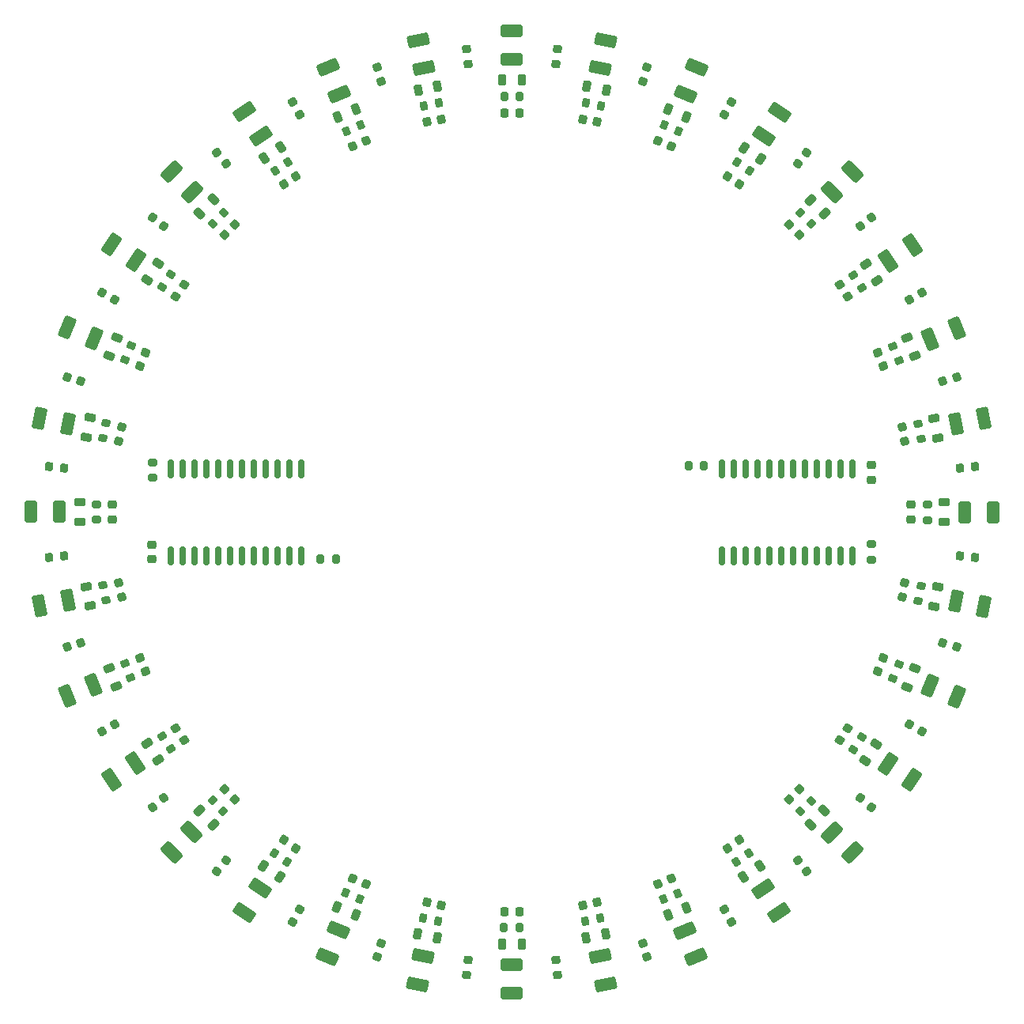
<source format=gbp>
G04 #@! TF.GenerationSoftware,KiCad,Pcbnew,7.0.9*
G04 #@! TF.CreationDate,2023-12-19T12:28:11+08:00*
G04 #@! TF.ProjectId,layer1,6c617965-7231-42e6-9b69-6361645f7063,rev?*
G04 #@! TF.SameCoordinates,Original*
G04 #@! TF.FileFunction,Paste,Bot*
G04 #@! TF.FilePolarity,Positive*
%FSLAX46Y46*%
G04 Gerber Fmt 4.6, Leading zero omitted, Abs format (unit mm)*
G04 Created by KiCad (PCBNEW 7.0.9) date 2023-12-19 12:28:11*
%MOMM*%
%LPD*%
G01*
G04 APERTURE LIST*
G04 Aperture macros list*
%AMRoundRect*
0 Rectangle with rounded corners*
0 $1 Rounding radius*
0 $2 $3 $4 $5 $6 $7 $8 $9 X,Y pos of 4 corners*
0 Add a 4 corners polygon primitive as box body*
4,1,4,$2,$3,$4,$5,$6,$7,$8,$9,$2,$3,0*
0 Add four circle primitives for the rounded corners*
1,1,$1+$1,$2,$3*
1,1,$1+$1,$4,$5*
1,1,$1+$1,$6,$7*
1,1,$1+$1,$8,$9*
0 Add four rect primitives between the rounded corners*
20,1,$1+$1,$2,$3,$4,$5,0*
20,1,$1+$1,$4,$5,$6,$7,0*
20,1,$1+$1,$6,$7,$8,$9,0*
20,1,$1+$1,$8,$9,$2,$3,0*%
G04 Aperture macros list end*
%ADD10RoundRect,0.225000X0.325973X0.082864X-0.048188X0.332871X-0.325973X-0.082864X0.048188X-0.332871X0*%
%ADD11RoundRect,0.218750X-0.416600X0.140169X-0.331248X-0.288925X0.416600X-0.140169X0.331248X0.288925X0*%
%ADD12RoundRect,0.250000X0.735082X0.696732X-0.027118X1.012445X-0.735082X-0.696732X0.027118X-1.012445X0*%
%ADD13RoundRect,0.250000X0.585032X0.826752X-0.224115X0.987701X-0.585032X-0.826752X0.224115X-0.987701X0*%
%ADD14RoundRect,0.225000X-0.250000X0.225000X-0.250000X-0.225000X0.250000X-0.225000X0.250000X0.225000X0*%
%ADD15RoundRect,0.218750X0.435941X-0.056201X0.268517X0.347997X-0.435941X0.056201X-0.268517X-0.347997X0*%
%ADD16RoundRect,0.200000X-0.290014X-0.177530X0.079538X-0.330604X0.290014X0.177530X-0.079538X0.330604X0*%
%ADD17RoundRect,0.225000X-0.048188X-0.332871X0.325973X-0.082864X0.048188X0.332871X-0.325973X0.082864X0*%
%ADD18RoundRect,0.200000X-0.339768X0.013512X-0.117540X-0.319076X0.339768X-0.013512X0.117540X0.319076X0*%
%ADD19RoundRect,0.200000X-0.275000X0.200000X-0.275000X-0.200000X0.275000X-0.200000X0.275000X0.200000X0*%
%ADD20RoundRect,0.200000X0.200000X0.275000X-0.200000X0.275000X-0.200000X-0.275000X0.200000X-0.275000X0*%
%ADD21RoundRect,0.218750X-0.336857X0.006533X-0.059310X-0.331659X0.336857X-0.006533X0.059310X0.331659X0*%
%ADD22RoundRect,0.250000X-0.412500X-0.925000X0.412500X-0.925000X0.412500X0.925000X-0.412500X0.925000X0*%
%ADD23RoundRect,0.218750X-0.181716X0.283716X-0.308716X-0.134945X0.181716X-0.283716X0.308716X0.134945X0*%
%ADD24RoundRect,0.200000X-0.319076X-0.117540X0.013512X-0.339768X0.319076X0.117540X-0.013512X0.339768X0*%
%ADD25RoundRect,0.250000X-0.585032X-0.826752X0.224115X-0.987701X0.585032X0.826752X-0.224115X0.987701X0*%
%ADD26RoundRect,0.218750X0.393695X0.195467X0.029927X0.438529X-0.393695X-0.195467X-0.029927X-0.438529X0*%
%ADD27RoundRect,0.250000X0.945755X0.362392X0.362392X0.945755X-0.945755X-0.362392X-0.362392X-0.945755X0*%
%ADD28RoundRect,0.250000X0.362392X-0.945755X0.945755X-0.362392X-0.362392X0.945755X-0.945755X0.362392X0*%
%ADD29RoundRect,0.218750X0.006533X0.336857X-0.331659X0.059310X-0.006533X-0.336857X0.331659X-0.059310X0*%
%ADD30RoundRect,0.225000X-0.112202X-0.317074X0.303544X-0.144866X0.112202X0.317074X-0.303544X0.144866X0*%
%ADD31RoundRect,0.225000X-0.325973X-0.082864X0.048188X-0.332871X0.325973X0.082864X-0.048188X0.332871X0*%
%ADD32RoundRect,0.200000X0.142507X0.308734X-0.249807X0.230698X-0.142507X-0.308734X0.249807X-0.230698X0*%
%ADD33RoundRect,0.218750X-0.114905X0.424264X-0.424264X0.114905X0.114905X-0.424264X0.424264X-0.114905X0*%
%ADD34RoundRect,0.200000X0.330604X-0.079538X0.177530X0.290014X-0.330604X0.079538X-0.177530X-0.290014X0*%
%ADD35RoundRect,0.218750X0.029927X-0.438529X0.393695X-0.195467X-0.029927X0.438529X-0.393695X0.195467X0*%
%ADD36RoundRect,0.218750X0.288925X0.331248X-0.140169X0.416600X-0.288925X-0.331248X0.140169X-0.416600X0*%
%ADD37RoundRect,0.200000X-0.200000X-0.275000X0.200000X-0.275000X0.200000X0.275000X-0.200000X0.275000X0*%
%ADD38RoundRect,0.218750X-0.331659X-0.059310X0.006533X-0.336857X0.331659X0.059310X-0.006533X0.336857X0*%
%ADD39RoundRect,0.200000X-0.013512X-0.339768X0.319076X-0.117540X0.013512X0.339768X-0.319076X0.117540X0*%
%ADD40RoundRect,0.200000X-0.053033X0.335876X-0.335876X0.053033X0.053033X-0.335876X0.335876X-0.053033X0*%
%ADD41RoundRect,0.218750X0.347997X0.268517X-0.056201X0.435941X-0.347997X-0.268517X0.056201X-0.435941X0*%
%ADD42RoundRect,0.200000X-0.230698X0.249807X-0.308734X-0.142507X0.230698X-0.249807X0.308734X0.142507X0*%
%ADD43RoundRect,0.200000X-0.335876X-0.053033X-0.053033X-0.335876X0.335876X0.053033X0.053033X0.335876X0*%
%ADD44RoundRect,0.250000X0.412500X0.925000X-0.412500X0.925000X-0.412500X-0.925000X0.412500X-0.925000X0*%
%ADD45RoundRect,0.218750X0.313716X0.122874X-0.072125X0.329110X-0.313716X-0.122874X0.072125X-0.329110X0*%
%ADD46RoundRect,0.218750X0.336857X-0.006533X0.059310X0.331659X-0.336857X0.006533X-0.059310X-0.331659X0*%
%ADD47RoundRect,0.225000X-0.225000X-0.250000X0.225000X-0.250000X0.225000X0.250000X-0.225000X0.250000X0*%
%ADD48RoundRect,0.218750X-0.288925X-0.331248X0.140169X-0.416600X0.288925X0.331248X-0.140169X0.416600X0*%
%ADD49RoundRect,0.225000X0.303544X0.144866X-0.112202X0.317074X-0.303544X-0.144866X0.112202X-0.317074X0*%
%ADD50RoundRect,0.218750X0.424264X0.114905X0.114905X0.424264X-0.424264X-0.114905X-0.114905X-0.424264X0*%
%ADD51RoundRect,0.218750X-0.381250X0.218750X-0.381250X-0.218750X0.381250X-0.218750X0.381250X0.218750X0*%
%ADD52RoundRect,0.200000X0.290014X0.177530X-0.079538X0.330604X-0.290014X-0.177530X0.079538X-0.330604X0*%
%ADD53RoundRect,0.218750X0.276457X-0.192580X0.233575X0.242814X-0.276457X0.192580X-0.233575X-0.242814X0*%
%ADD54RoundRect,0.218750X0.381250X-0.218750X0.381250X0.218750X-0.381250X0.218750X-0.381250X-0.218750X0*%
%ADD55RoundRect,0.218750X-0.029927X0.438529X-0.393695X0.195467X0.029927X-0.438529X0.393695X-0.195467X0*%
%ADD56RoundRect,0.225000X0.225000X0.250000X-0.225000X0.250000X-0.225000X-0.250000X0.225000X-0.250000X0*%
%ADD57RoundRect,0.218750X0.438529X0.029927X0.195467X0.393695X-0.438529X-0.029927X-0.195467X-0.393695X0*%
%ADD58RoundRect,0.225000X-0.289092X0.171904X-0.201301X-0.269449X0.289092X-0.171904X0.201301X0.269449X0*%
%ADD59RoundRect,0.225000X0.048188X0.332871X-0.325973X0.082864X-0.048188X-0.332871X0.325973X-0.082864X0*%
%ADD60RoundRect,0.225000X-0.303544X-0.144866X0.112202X-0.317074X0.303544X0.144866X-0.112202X0.317074X0*%
%ADD61RoundRect,0.218750X0.195467X-0.393695X0.438529X-0.029927X-0.195467X0.393695X-0.438529X0.029927X0*%
%ADD62RoundRect,0.250000X-0.735082X-0.696732X0.027118X-1.012445X0.735082X0.696732X-0.027118X1.012445X0*%
%ADD63RoundRect,0.225000X0.250000X-0.225000X0.250000X0.225000X-0.250000X0.225000X-0.250000X-0.225000X0*%
%ADD64RoundRect,0.200000X-0.079538X-0.330604X0.290014X-0.177530X0.079538X0.330604X-0.290014X0.177530X0*%
%ADD65RoundRect,0.218750X0.308716X-0.134945X0.181716X0.283716X-0.308716X0.134945X-0.181716X-0.283716X0*%
%ADD66RoundRect,0.225000X-0.332871X0.048188X-0.082864X-0.325973X0.332871X-0.048188X0.082864X0.325973X0*%
%ADD67RoundRect,0.250000X-0.856884X-0.539937X-0.170921X-0.998282X0.856884X0.539937X0.170921X0.998282X0*%
%ADD68RoundRect,0.218750X-0.438529X-0.029927X-0.195467X-0.393695X0.438529X0.029927X0.195467X0.393695X0*%
%ADD69RoundRect,0.218750X-0.268517X0.347997X-0.435941X-0.056201X0.268517X-0.347997X0.435941X0.056201X0*%
%ADD70RoundRect,0.218750X-0.192580X-0.276457X0.242814X-0.233575X0.192580X0.276457X-0.242814X0.233575X0*%
%ADD71RoundRect,0.250000X-0.362392X0.945755X-0.945755X0.362392X0.362392X-0.945755X0.945755X-0.362392X0*%
%ADD72RoundRect,0.218750X0.329110X-0.072125X0.122874X0.313716X-0.329110X0.072125X-0.122874X-0.313716X0*%
%ADD73RoundRect,0.200000X-0.249807X-0.230698X0.142507X-0.308734X0.249807X0.230698X-0.142507X0.308734X0*%
%ADD74RoundRect,0.200000X0.013512X0.339768X-0.319076X0.117540X-0.013512X-0.339768X0.319076X-0.117540X0*%
%ADD75RoundRect,0.225000X0.289092X-0.171904X0.201301X0.269449X-0.289092X0.171904X-0.201301X-0.269449X0*%
%ADD76RoundRect,0.218750X-0.308716X0.134945X-0.181716X-0.283716X0.308716X-0.134945X0.181716X0.283716X0*%
%ADD77RoundRect,0.200000X0.053033X-0.335876X0.335876X-0.053033X-0.053033X0.335876X-0.335876X0.053033X0*%
%ADD78RoundRect,0.218750X0.181716X-0.283716X0.308716X0.134945X-0.181716X0.283716X-0.308716X-0.134945X0*%
%ADD79RoundRect,0.218750X0.416600X-0.140169X0.331248X0.288925X-0.416600X0.140169X-0.331248X-0.288925X0*%
%ADD80RoundRect,0.218750X0.072125X0.329110X-0.313716X0.122874X-0.072125X-0.329110X0.313716X-0.122874X0*%
%ADD81RoundRect,0.225000X0.082864X-0.325973X0.332871X0.048188X-0.082864X0.325973X-0.332871X-0.048188X0*%
%ADD82RoundRect,0.218750X0.140169X0.416600X-0.288925X0.331248X-0.140169X-0.416600X0.288925X-0.331248X0*%
%ADD83RoundRect,0.225000X-0.144866X0.303544X-0.317074X-0.112202X0.144866X-0.303544X0.317074X0.112202X0*%
%ADD84RoundRect,0.218750X-0.329110X0.072125X-0.122874X-0.313716X0.329110X-0.072125X0.122874X0.313716X0*%
%ADD85RoundRect,0.218750X0.114905X-0.424264X0.424264X-0.114905X-0.114905X0.424264X-0.424264X0.114905X0*%
%ADD86RoundRect,0.218750X-0.072125X-0.329110X0.313716X-0.122874X0.072125X0.329110X-0.313716X0.122874X0*%
%ADD87RoundRect,0.218750X-0.242814X-0.233575X0.192580X-0.276457X0.242814X0.233575X-0.192580X0.276457X0*%
%ADD88RoundRect,0.218750X0.056201X0.435941X-0.347997X0.268517X-0.056201X-0.435941X0.347997X-0.268517X0*%
%ADD89RoundRect,0.250000X-0.925000X0.412500X-0.925000X-0.412500X0.925000X-0.412500X0.925000X0.412500X0*%
%ADD90RoundRect,0.225000X0.201301X-0.269449X0.289092X0.171904X-0.201301X0.269449X-0.289092X-0.171904X0*%
%ADD91RoundRect,0.218750X-0.140169X-0.416600X0.288925X-0.331248X0.140169X0.416600X-0.288925X0.331248X0*%
%ADD92RoundRect,0.250000X-0.539937X0.856884X-0.998282X0.170921X0.539937X-0.856884X0.998282X-0.170921X0*%
%ADD93RoundRect,0.200000X0.117540X-0.319076X0.339768X0.013512X-0.117540X0.319076X-0.339768X-0.013512X0*%
%ADD94RoundRect,0.225000X0.171904X0.289092X-0.269449X0.201301X-0.171904X-0.289092X0.269449X-0.201301X0*%
%ADD95RoundRect,0.218750X0.192580X0.276457X-0.242814X0.233575X-0.192580X-0.276457X0.242814X-0.233575X0*%
%ADD96RoundRect,0.225000X0.017678X-0.335876X0.335876X-0.017678X-0.017678X0.335876X-0.335876X0.017678X0*%
%ADD97RoundRect,0.225000X-0.082864X0.325973X-0.332871X-0.048188X0.082864X-0.325973X0.332871X0.048188X0*%
%ADD98RoundRect,0.250000X-0.027118X-1.012445X0.735082X-0.696732X0.027118X1.012445X-0.735082X0.696732X0*%
%ADD99RoundRect,0.225000X-0.017678X0.335876X-0.335876X0.017678X0.017678X-0.335876X0.335876X-0.017678X0*%
%ADD100RoundRect,0.225000X-0.317074X0.112202X-0.144866X-0.303544X0.317074X-0.112202X0.144866X0.303544X0*%
%ADD101RoundRect,0.225000X0.112202X0.317074X-0.303544X0.144866X-0.112202X-0.317074X0.303544X-0.144866X0*%
%ADD102RoundRect,0.250000X0.224115X0.987701X-0.585032X0.826752X-0.224115X-0.987701X0.585032X-0.826752X0*%
%ADD103RoundRect,0.225000X-0.335876X-0.017678X-0.017678X-0.335876X0.335876X0.017678X0.017678X0.335876X0*%
%ADD104RoundRect,0.200000X-0.330604X0.079538X-0.177530X-0.290014X0.330604X-0.079538X0.177530X0.290014X0*%
%ADD105RoundRect,0.250000X-0.987701X0.224115X-0.826752X-0.585032X0.987701X-0.224115X0.826752X0.585032X0*%
%ADD106RoundRect,0.200000X0.339768X-0.013512X0.117540X0.319076X-0.339768X0.013512X-0.117540X-0.319076X0*%
%ADD107RoundRect,0.225000X0.269449X0.201301X-0.171904X0.289092X-0.269449X-0.201301X0.171904X-0.289092X0*%
%ADD108RoundRect,0.218750X-0.331248X0.288925X-0.416600X-0.140169X0.331248X-0.288925X0.416600X0.140169X0*%
%ADD109RoundRect,0.250000X-0.998282X-0.170921X-0.539937X-0.856884X0.998282X0.170921X0.539937X0.856884X0*%
%ADD110RoundRect,0.200000X-0.117540X0.319076X-0.339768X-0.013512X0.117540X-0.319076X0.339768X0.013512X0*%
%ADD111RoundRect,0.218750X-0.393695X-0.195467X-0.029927X-0.438529X0.393695X0.195467X0.029927X0.438529X0*%
%ADD112RoundRect,0.218750X0.283716X0.181716X-0.134945X0.308716X-0.283716X-0.181716X0.134945X-0.308716X0*%
%ADD113RoundRect,0.200000X-0.308734X0.142507X-0.230698X-0.249807X0.308734X-0.142507X0.230698X0.249807X0*%
%ADD114RoundRect,0.200000X0.177530X-0.290014X0.330604X0.079538X-0.177530X0.290014X-0.330604X-0.079538X0*%
%ADD115RoundRect,0.225000X-0.171904X-0.289092X0.269449X-0.201301X0.171904X0.289092X-0.269449X0.201301X0*%
%ADD116RoundRect,0.200000X0.230698X-0.249807X0.308734X0.142507X-0.230698X0.249807X-0.308734X-0.142507X0*%
%ADD117RoundRect,0.218750X0.233575X-0.242814X0.276457X0.192580X-0.233575X0.242814X-0.276457X-0.192580X0*%
%ADD118RoundRect,0.200000X-0.177530X0.290014X-0.330604X-0.079538X0.177530X-0.290014X0.330604X0.079538X0*%
%ADD119RoundRect,0.218750X-0.313716X-0.122874X0.072125X-0.329110X0.313716X0.122874X-0.072125X0.329110X0*%
%ADD120RoundRect,0.218750X-0.122874X0.313716X-0.329110X-0.072125X0.122874X-0.313716X0.329110X0.072125X0*%
%ADD121RoundRect,0.218750X-0.347997X-0.268517X0.056201X-0.435941X0.347997X0.268517X-0.056201X0.435941X0*%
%ADD122RoundRect,0.218750X-0.195467X0.393695X-0.438529X0.029927X0.195467X-0.393695X0.438529X-0.029927X0*%
%ADD123RoundRect,0.218750X0.134945X0.308716X-0.283716X0.181716X-0.134945X-0.308716X0.283716X-0.181716X0*%
%ADD124RoundRect,0.225000X0.317074X-0.112202X0.144866X0.303544X-0.317074X0.112202X-0.144866X-0.303544X0*%
%ADD125RoundRect,0.218750X0.268517X-0.347997X0.435941X0.056201X-0.268517X0.347997X-0.435941X-0.056201X0*%
%ADD126RoundRect,0.250000X-0.696732X0.735082X-1.012445X-0.027118X0.696732X-0.735082X1.012445X0.027118X0*%
%ADD127RoundRect,0.225000X0.335876X0.017678X0.017678X0.335876X-0.335876X-0.017678X-0.017678X-0.335876X0*%
%ADD128RoundRect,0.250000X-0.826752X0.585032X-0.987701X-0.224115X0.826752X-0.585032X0.987701X0.224115X0*%
%ADD129RoundRect,0.218750X-0.006533X-0.336857X0.331659X-0.059310X0.006533X0.336857X-0.331659X0.059310X0*%
%ADD130RoundRect,0.200000X-0.142507X-0.308734X0.249807X-0.230698X0.142507X0.308734X-0.249807X0.230698X0*%
%ADD131RoundRect,0.250000X0.998282X0.170921X0.539937X0.856884X-0.998282X-0.170921X-0.539937X-0.856884X0*%
%ADD132RoundRect,0.218750X-0.056201X-0.435941X0.347997X-0.268517X0.056201X0.435941X-0.347997X0.268517X0*%
%ADD133RoundRect,0.218750X-0.435941X0.056201X-0.268517X-0.347997X0.435941X-0.056201X0.268517X0.347997X0*%
%ADD134RoundRect,0.218750X0.331248X-0.288925X0.416600X0.140169X-0.331248X0.288925X-0.416600X-0.140169X0*%
%ADD135RoundRect,0.200000X0.249807X0.230698X-0.142507X0.308734X-0.249807X-0.230698X0.142507X-0.308734X0*%
%ADD136RoundRect,0.200000X0.319076X0.117540X-0.013512X0.339768X-0.319076X-0.117540X0.013512X-0.339768X0*%
%ADD137RoundRect,0.250000X-0.224115X-0.987701X0.585032X-0.826752X0.224115X0.987701X-0.585032X0.826752X0*%
%ADD138RoundRect,0.250000X0.826752X-0.585032X0.987701X0.224115X-0.826752X0.585032X-0.987701X-0.224115X0*%
%ADD139RoundRect,0.218750X-0.424264X-0.114905X-0.114905X-0.424264X0.424264X0.114905X0.114905X0.424264X0*%
%ADD140RoundRect,0.150000X-0.150000X0.875000X-0.150000X-0.875000X0.150000X-0.875000X0.150000X0.875000X0*%
%ADD141RoundRect,0.150000X0.150000X-0.875000X0.150000X0.875000X-0.150000X0.875000X-0.150000X-0.875000X0*%
%ADD142RoundRect,0.250000X0.856884X0.539937X0.170921X0.998282X-0.856884X-0.539937X-0.170921X-0.998282X0*%
%ADD143RoundRect,0.218750X0.242814X0.233575X-0.192580X0.276457X-0.242814X-0.233575X0.192580X-0.276457X0*%
%ADD144RoundRect,0.225000X-0.201301X0.269449X-0.289092X-0.171904X0.201301X-0.269449X0.289092X0.171904X0*%
%ADD145RoundRect,0.225000X0.332871X-0.048188X0.082864X0.325973X-0.332871X0.048188X-0.082864X-0.325973X0*%
%ADD146RoundRect,0.218750X-0.134945X-0.308716X0.283716X-0.181716X0.134945X0.308716X-0.283716X0.181716X0*%
%ADD147RoundRect,0.218750X-0.059310X0.331659X-0.336857X-0.006533X0.059310X-0.331659X0.336857X0.006533X0*%
%ADD148RoundRect,0.250000X0.027118X1.012445X-0.735082X0.696732X-0.027118X-1.012445X0.735082X-0.696732X0*%
%ADD149RoundRect,0.218750X0.122874X-0.313716X0.329110X0.072125X-0.122874X0.313716X-0.329110X-0.072125X0*%
%ADD150RoundRect,0.250000X-0.170921X0.998282X-0.856884X0.539937X0.170921X-0.998282X0.856884X-0.539937X0*%
%ADD151RoundRect,0.218750X-0.233575X0.242814X-0.276457X-0.192580X0.233575X-0.242814X0.276457X0.192580X0*%
%ADD152RoundRect,0.218750X-0.276457X0.192580X-0.233575X-0.242814X0.276457X-0.192580X0.233575X0.242814X0*%
%ADD153RoundRect,0.218750X0.218750X0.381250X-0.218750X0.381250X-0.218750X-0.381250X0.218750X-0.381250X0*%
%ADD154RoundRect,0.250000X0.696732X-0.735082X1.012445X0.027118X-0.696732X0.735082X-1.012445X-0.027118X0*%
%ADD155RoundRect,0.225000X0.144866X-0.303544X0.317074X0.112202X-0.144866X0.303544X-0.317074X-0.112202X0*%
%ADD156RoundRect,0.200000X0.335876X0.053033X0.053033X0.335876X-0.335876X-0.053033X-0.053033X-0.335876X0*%
%ADD157RoundRect,0.250000X1.012445X-0.027118X0.696732X0.735082X-1.012445X0.027118X-0.696732X-0.735082X0*%
%ADD158RoundRect,0.250000X0.539937X-0.856884X0.998282X-0.170921X-0.539937X0.856884X-0.998282X0.170921X0*%
%ADD159RoundRect,0.200000X0.079538X0.330604X-0.290014X0.177530X-0.079538X-0.330604X0.290014X-0.177530X0*%
%ADD160RoundRect,0.200000X0.275000X-0.200000X0.275000X0.200000X-0.275000X0.200000X-0.275000X-0.200000X0*%
%ADD161RoundRect,0.250000X0.925000X-0.412500X0.925000X0.412500X-0.925000X0.412500X-0.925000X-0.412500X0*%
%ADD162RoundRect,0.218750X0.331659X0.059310X-0.006533X0.336857X-0.331659X-0.059310X0.006533X-0.336857X0*%
%ADD163RoundRect,0.225000X-0.269449X-0.201301X0.171904X-0.289092X0.269449X0.201301X-0.171904X0.289092X0*%
%ADD164RoundRect,0.218750X-0.218750X-0.381250X0.218750X-0.381250X0.218750X0.381250X-0.218750X0.381250X0*%
%ADD165RoundRect,0.218750X-0.283716X-0.181716X0.134945X-0.308716X0.283716X0.181716X-0.134945X0.308716X0*%
%ADD166RoundRect,0.200000X0.308734X-0.142507X0.230698X0.249807X-0.308734X0.142507X-0.230698X-0.249807X0*%
%ADD167RoundRect,0.218750X0.059310X-0.331659X0.336857X0.006533X-0.059310X0.331659X-0.336857X-0.006533X0*%
%ADD168RoundRect,0.250000X-1.012445X0.027118X-0.696732X-0.735082X1.012445X-0.027118X0.696732X0.735082X0*%
%ADD169RoundRect,0.250000X0.987701X-0.224115X0.826752X0.585032X-0.987701X0.224115X-0.826752X-0.585032X0*%
%ADD170RoundRect,0.250000X-0.945755X-0.362392X-0.362392X-0.945755X0.945755X0.362392X0.362392X0.945755X0*%
%ADD171RoundRect,0.250000X0.170921X-0.998282X0.856884X-0.539937X-0.170921X0.998282X-0.856884X0.539937X0*%
G04 APERTURE END LIST*
D10*
X81893762Y-140975893D03*
X80604984Y-140114759D03*
D11*
X150158913Y-94959508D03*
X150573479Y-97043676D03*
D12*
X152604875Y-124745645D03*
X149763945Y-123568893D03*
D13*
X155542344Y-115078987D03*
X152526430Y-114479085D03*
D14*
X143500000Y-99975000D03*
X143500000Y-101525000D03*
D15*
X62667606Y-123657634D03*
X61854404Y-121694390D03*
D16*
X121290309Y-63581214D03*
X122814711Y-64212642D03*
D17*
X80604984Y-69885241D03*
X81893762Y-69024107D03*
D18*
X141555942Y-79611949D03*
X142472632Y-80983873D03*
D19*
X66500000Y-99675000D03*
X66500000Y-101325000D03*
D20*
X105800000Y-149500000D03*
X104150000Y-149500000D03*
D21*
X73415144Y-66513742D03*
X74414314Y-67731234D03*
D22*
X53462500Y-104975000D03*
X56537500Y-104975000D03*
D23*
X119452548Y-57356332D03*
X118995350Y-58863514D03*
D24*
X129057700Y-67555147D03*
X130429624Y-68471837D03*
D25*
X54457656Y-94921013D03*
X57473570Y-95520915D03*
D26*
X80167526Y-144031873D03*
X78400654Y-142851287D03*
D27*
X141424838Y-141460194D03*
X139250484Y-139285840D03*
D28*
X68539806Y-141424838D03*
X70714160Y-139250484D03*
D29*
X143486258Y-73415144D03*
X142268766Y-74414314D03*
D30*
X87924276Y-65800730D03*
X89356290Y-65207570D03*
D31*
X128106238Y-69024107D03*
X129395016Y-69885241D03*
D32*
X114466148Y-148488872D03*
X112847852Y-148810772D03*
D33*
X138437312Y-136970065D03*
X136934710Y-138472667D03*
D34*
X64193508Y-122768517D03*
X63562080Y-121244115D03*
D35*
X78442227Y-67120934D03*
X80209099Y-65940348D03*
D36*
X96994637Y-150563725D03*
X94910469Y-150149159D03*
D37*
X84500000Y-110000000D03*
X86150000Y-110000000D03*
D38*
X66513741Y-73415144D03*
X67731233Y-74414314D03*
D39*
X79611949Y-68444058D03*
X80983873Y-67527368D03*
D40*
X137031937Y-135900566D03*
X135865211Y-137067292D03*
D41*
X88259416Y-148126462D03*
X86296172Y-147313260D03*
D42*
X148801018Y-112896891D03*
X148479118Y-114515187D03*
D43*
X135900566Y-72968063D03*
X137067292Y-74134789D03*
D44*
X156537500Y-105025000D03*
X153462500Y-105025000D03*
D45*
X148908655Y-128469665D03*
X147519629Y-127727215D03*
D46*
X136584856Y-143486258D03*
X135585686Y-142268766D03*
D47*
X104225000Y-62250000D03*
X105775000Y-62250000D03*
D48*
X113005363Y-59436275D03*
X115089531Y-59850841D03*
D49*
X89356290Y-144792430D03*
X87924276Y-144199270D03*
D50*
X73029935Y-138437312D03*
X71527333Y-136934710D03*
D51*
X151250000Y-103962500D03*
X151250000Y-106087500D03*
D52*
X88709691Y-146418786D03*
X87185289Y-145787358D03*
D53*
X109880028Y-154547760D03*
X109725652Y-152980344D03*
D54*
X58750000Y-106037500D03*
X58750000Y-103912500D03*
D55*
X131557773Y-142879066D03*
X129790901Y-144059652D03*
D56*
X105775000Y-147750000D03*
X104225000Y-147750000D03*
D57*
X67120934Y-131557773D03*
X65940348Y-129790901D03*
D58*
X146777376Y-95899780D03*
X147079766Y-97419998D03*
D59*
X129395016Y-140114759D03*
X128106238Y-140975893D03*
D60*
X120643710Y-65207570D03*
X122075724Y-65800730D03*
D61*
X65968127Y-80167526D03*
X67148713Y-78400654D03*
D62*
X57395125Y-85254355D03*
X60236055Y-86431107D03*
D63*
X66425000Y-110050000D03*
X66425000Y-108500000D03*
D64*
X87231483Y-64193508D03*
X88755885Y-63562080D03*
D65*
X119452548Y-152643668D03*
X118995350Y-151136486D03*
D37*
X104200000Y-60500000D03*
X105850000Y-60500000D03*
D66*
X140114759Y-80604984D03*
X140975893Y-81893762D03*
D67*
X62162024Y-76346513D03*
X64718794Y-78054891D03*
D68*
X142879066Y-78442227D03*
X144059652Y-80209099D03*
D69*
X148126462Y-121740584D03*
X147313260Y-123703828D03*
D70*
X55452240Y-109880028D03*
X57019656Y-109725652D03*
D71*
X141460194Y-68575162D03*
X139285840Y-70749516D03*
D72*
X128469665Y-148908655D03*
X127727215Y-147519629D03*
D73*
X112896891Y-61198982D03*
X114515187Y-61520882D03*
D74*
X130388051Y-141555942D03*
X129016127Y-142472632D03*
D75*
X63222624Y-114100220D03*
X62920234Y-112580002D03*
D76*
X90547452Y-57356332D03*
X91004650Y-58863514D03*
D77*
X72968063Y-74099434D03*
X74134789Y-72932708D03*
D78*
X90547452Y-152643668D03*
X91004650Y-151136486D03*
D19*
X149500000Y-104200000D03*
X149500000Y-105850000D03*
D79*
X59841087Y-115040492D03*
X59426521Y-112956324D03*
D80*
X148908655Y-81530335D03*
X147519629Y-82272785D03*
D81*
X69024107Y-81893762D03*
X69885241Y-80604984D03*
D82*
X115040492Y-150158913D03*
X112956324Y-150573479D03*
D83*
X144792430Y-120643710D03*
X144199270Y-122075724D03*
D84*
X81530335Y-61091345D03*
X82272785Y-62480371D03*
D85*
X71562688Y-73029935D03*
X73065290Y-71527333D03*
D86*
X61091345Y-128469665D03*
X62480371Y-127727215D03*
D87*
X55452240Y-100119972D03*
X57019656Y-100274348D03*
D88*
X123657634Y-147332394D03*
X121694390Y-148145596D03*
D89*
X105000000Y-53462500D03*
X105000000Y-56537500D03*
D90*
X62920234Y-97419998D03*
X63222624Y-95899780D03*
D63*
X62250000Y-105775000D03*
X62250000Y-104225000D03*
D91*
X94959508Y-59841087D03*
X97043676Y-59426521D03*
D92*
X133653487Y-62162024D03*
X131945109Y-64718794D03*
D93*
X67555147Y-80942300D03*
X68471837Y-79570376D03*
D94*
X114100220Y-146777376D03*
X112580002Y-147079766D03*
D95*
X154547760Y-100119972D03*
X152980344Y-100274348D03*
D96*
X74223177Y-75319193D03*
X75319193Y-74223177D03*
D97*
X140975893Y-128106238D03*
X140114759Y-129395016D03*
D98*
X57375991Y-124699451D03*
X60216921Y-123522699D03*
D99*
X135776823Y-134680807D03*
X134680807Y-135776823D03*
D100*
X144199270Y-87924276D03*
X144792430Y-89356290D03*
D101*
X122075724Y-144199270D03*
X120643710Y-144792430D03*
D102*
X155552098Y-94970053D03*
X152536184Y-95569955D03*
D103*
X134680807Y-74223177D03*
X135776823Y-75319193D03*
D104*
X145806492Y-87231483D03*
X146437920Y-88755885D03*
D105*
X94970053Y-54447902D03*
X95569955Y-57463816D03*
D106*
X68444058Y-130388051D03*
X67527368Y-129016127D03*
D107*
X97419998Y-147079766D03*
X95899780Y-146777376D03*
D108*
X150563725Y-113005363D03*
X150149159Y-115089531D03*
D109*
X76388086Y-62134245D03*
X78096464Y-64691015D03*
D110*
X142444853Y-129057700D03*
X141528163Y-130429624D03*
D111*
X129832474Y-65968127D03*
X131599346Y-67148713D03*
D112*
X152643668Y-119452548D03*
X151136486Y-118995350D03*
D113*
X148488872Y-95533852D03*
X148810772Y-97152148D03*
D114*
X63581214Y-88709691D03*
X64212642Y-87185289D03*
D115*
X95899780Y-63222624D03*
X97419998Y-62920234D03*
D116*
X61198982Y-97103109D03*
X61520882Y-95484813D03*
D117*
X100119972Y-154547760D03*
X100274348Y-152980344D03*
D118*
X146418786Y-121290309D03*
X145787358Y-122814711D03*
D119*
X61091345Y-81530335D03*
X62480371Y-82272785D03*
D120*
X128469665Y-61091345D03*
X127727215Y-62480371D03*
D121*
X121740584Y-61873538D03*
X123703828Y-62686740D03*
D122*
X144031873Y-129832474D03*
X142851287Y-131599346D03*
D123*
X152643668Y-90547452D03*
X151136486Y-91004650D03*
D124*
X65800730Y-122075724D03*
X65207570Y-120643710D03*
D125*
X61873538Y-88259416D03*
X62686740Y-86296172D03*
D126*
X124745645Y-57395125D03*
X123568893Y-60236055D03*
D127*
X75319193Y-135776823D03*
X74223177Y-134680807D03*
D128*
X115078987Y-54457656D03*
X114479085Y-57473570D03*
D129*
X66513742Y-136584856D03*
X67731234Y-135585686D03*
D130*
X95533852Y-61511128D03*
X97152148Y-61189228D03*
D131*
X133611914Y-147865755D03*
X131903536Y-145308985D03*
D132*
X86342366Y-62667606D03*
X88305610Y-61854404D03*
D133*
X147332394Y-86342366D03*
X148145596Y-88305610D03*
D134*
X59436275Y-96994637D03*
X59850841Y-94910469D03*
D135*
X97103109Y-148801018D03*
X95484813Y-148479118D03*
D136*
X80942300Y-142444853D03*
X79570376Y-141528163D03*
D137*
X54447902Y-115029947D03*
X57463816Y-114430045D03*
D138*
X94921013Y-155542344D03*
X95520915Y-152526430D03*
D139*
X136970065Y-71562688D03*
X138472667Y-73065290D03*
D140*
X68515000Y-100350000D03*
X69785000Y-100350000D03*
X71055000Y-100350000D03*
X72325000Y-100350000D03*
X73595000Y-100350000D03*
X74865000Y-100350000D03*
X76135000Y-100350000D03*
X77405000Y-100350000D03*
X78675000Y-100350000D03*
X79945000Y-100350000D03*
X81215000Y-100350000D03*
X82485000Y-100350000D03*
X82485000Y-109650000D03*
X81215000Y-109650000D03*
X79945000Y-109650000D03*
X78675000Y-109650000D03*
X77405000Y-109650000D03*
X76135000Y-109650000D03*
X74865000Y-109650000D03*
X73595000Y-109650000D03*
X72325000Y-109650000D03*
X71055000Y-109650000D03*
X69785000Y-109650000D03*
X68515000Y-109650000D03*
D141*
X141485000Y-109650000D03*
X140215000Y-109650000D03*
X138945000Y-109650000D03*
X137675000Y-109650000D03*
X136405000Y-109650000D03*
X135135000Y-109650000D03*
X133865000Y-109650000D03*
X132595000Y-109650000D03*
X131325000Y-109650000D03*
X130055000Y-109650000D03*
X128785000Y-109650000D03*
X127515000Y-109650000D03*
X127515000Y-100350000D03*
X128785000Y-100350000D03*
X130055000Y-100350000D03*
X131325000Y-100350000D03*
X132595000Y-100350000D03*
X133865000Y-100350000D03*
X135135000Y-100350000D03*
X136405000Y-100350000D03*
X137675000Y-100350000D03*
X138945000Y-100350000D03*
X140215000Y-100350000D03*
X141485000Y-100350000D03*
D142*
X147837976Y-133653487D03*
X145281206Y-131945109D03*
D143*
X154547760Y-109880028D03*
X152980344Y-109725652D03*
D144*
X147079766Y-112580002D03*
X146777376Y-114100220D03*
D145*
X69885241Y-129395016D03*
X69024107Y-128106238D03*
D146*
X57356332Y-119452548D03*
X58863514Y-118995350D03*
D147*
X136584856Y-66513741D03*
X135585686Y-67731233D03*
D148*
X152624009Y-85300549D03*
X149783079Y-86477301D03*
D149*
X81530335Y-148908655D03*
X82272785Y-147519629D03*
D150*
X147865755Y-76388086D03*
X145308985Y-78096464D03*
D151*
X109880028Y-55452240D03*
X109725652Y-57019656D03*
D20*
X125575000Y-100000000D03*
X123925000Y-100000000D03*
D152*
X100119972Y-55452240D03*
X100274348Y-57019656D03*
D153*
X106037500Y-151250000D03*
X103912500Y-151250000D03*
D154*
X85254355Y-152604875D03*
X86431107Y-149763945D03*
D155*
X65207570Y-89356290D03*
X65800730Y-87924276D03*
D156*
X74099434Y-137031937D03*
X72932708Y-135865211D03*
D157*
X124699451Y-152624009D03*
X123522699Y-149783079D03*
D158*
X76346513Y-147837976D03*
X78054891Y-145281206D03*
D159*
X122768517Y-145806492D03*
X121244115Y-146437920D03*
D160*
X143500000Y-110075000D03*
X143500000Y-108425000D03*
D161*
X104975000Y-156537500D03*
X104975000Y-153462500D03*
D162*
X143486259Y-136584856D03*
X142268767Y-135585686D03*
D163*
X112580002Y-62920234D03*
X114100220Y-63222624D03*
D164*
X103962500Y-58750000D03*
X106087500Y-58750000D03*
D165*
X57356332Y-90547452D03*
X58863514Y-91004650D03*
D166*
X61511128Y-114466148D03*
X61189228Y-112847852D03*
D14*
X147750000Y-104225000D03*
X147750000Y-105775000D03*
D167*
X73415144Y-143486259D03*
X74414314Y-142268767D03*
D160*
X60500000Y-105800000D03*
X60500000Y-104150000D03*
D168*
X85300549Y-57375991D03*
X86477301Y-60216921D03*
D169*
X115029947Y-155552098D03*
X114430045Y-152536184D03*
D170*
X68575162Y-68539806D03*
X70749516Y-70714160D03*
D171*
X62134245Y-133611914D03*
X64691015Y-131903536D03*
M02*

</source>
